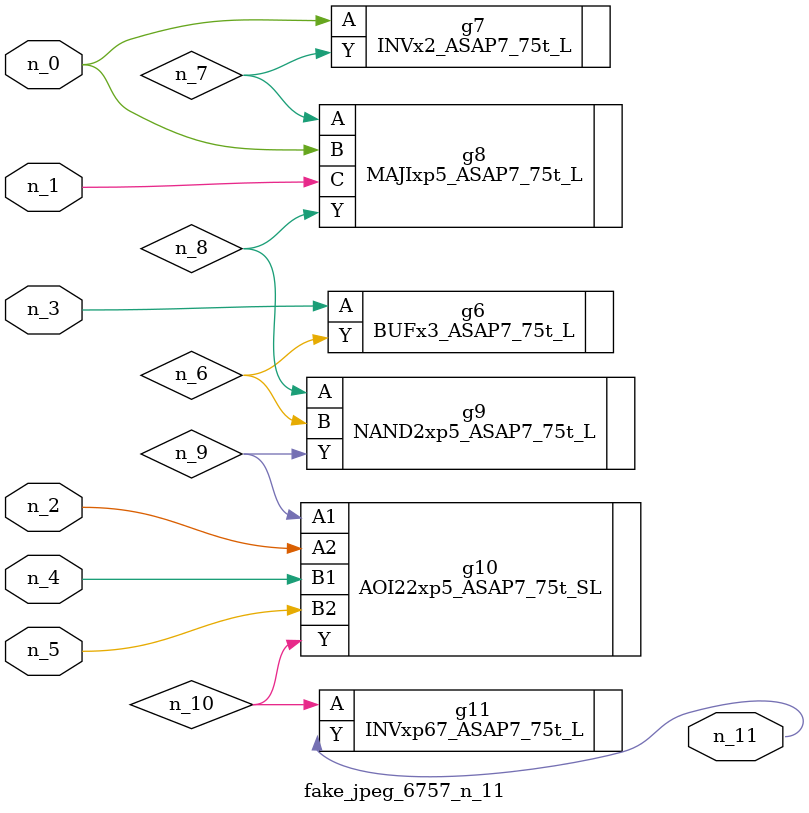
<source format=v>
module fake_jpeg_6757_n_11 (n_3, n_2, n_1, n_0, n_4, n_5, n_11);

input n_3;
input n_2;
input n_1;
input n_0;
input n_4;
input n_5;

output n_11;

wire n_10;
wire n_8;
wire n_9;
wire n_6;
wire n_7;

BUFx3_ASAP7_75t_L g6 ( 
.A(n_3),
.Y(n_6)
);

INVx2_ASAP7_75t_L g7 ( 
.A(n_0),
.Y(n_7)
);

MAJIxp5_ASAP7_75t_L g8 ( 
.A(n_7),
.B(n_0),
.C(n_1),
.Y(n_8)
);

NAND2xp5_ASAP7_75t_L g9 ( 
.A(n_8),
.B(n_6),
.Y(n_9)
);

AOI22xp5_ASAP7_75t_SL g10 ( 
.A1(n_9),
.A2(n_2),
.B1(n_4),
.B2(n_5),
.Y(n_10)
);

INVxp67_ASAP7_75t_L g11 ( 
.A(n_10),
.Y(n_11)
);


endmodule
</source>
